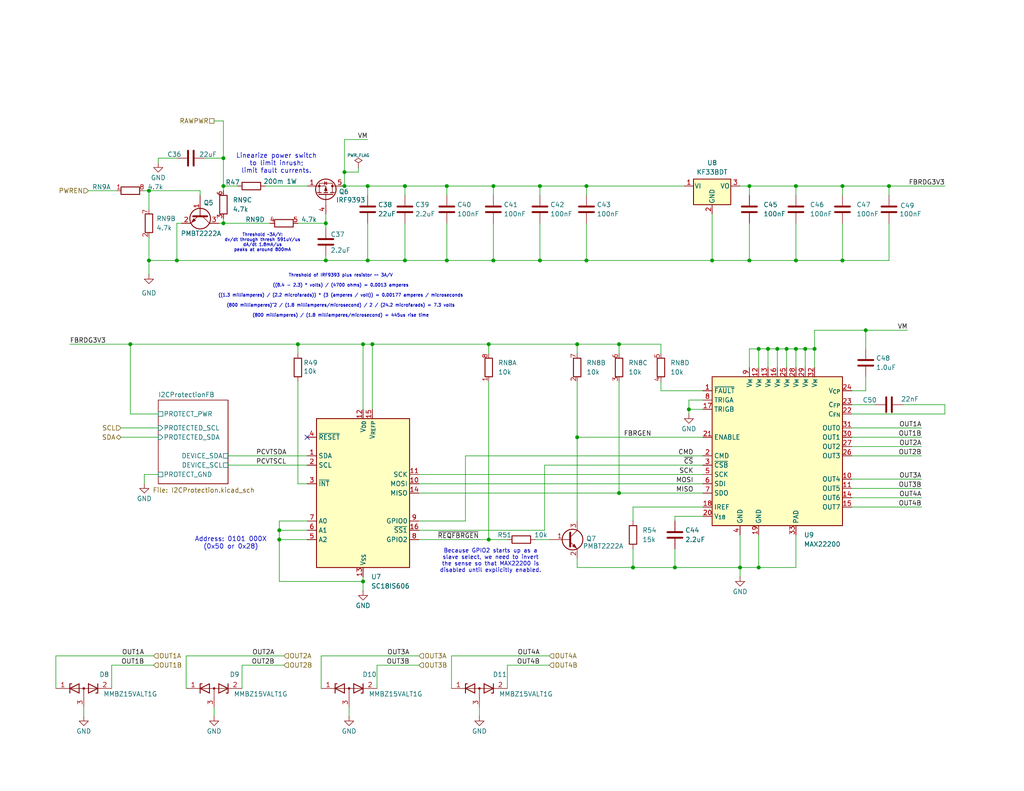
<source format=kicad_sch>
(kicad_sch (version 20231120) (generator "eeschema") (generator_version "8.0")
  (paper "A")
  (title_block (company "Oakwood School") (comment 1 "All resistors 1% tol ") (comment 2 "All capacitors 15V rated ") (comment 3 "All capacitors on +7.5V or battery rail, 25V rated"))
  (lib_symbols
    (symbol "Device:C" (pin_numbers hide) (pin_names (offset 0.254))
      (property "Reference" "C" (at 0.635 2.54 0))
      (property "Value" "C" (at 0.635 -2.54 0))
      (symbol "C_0_1"
        (polyline (pts (xy -2.032 -0.762) (xy 2.032 -0.762)) (stroke (width 0.508)))
        (polyline (pts (xy -2.032 0.762) (xy 2.032 0.762)) (stroke (width 0.508)))
      )
      (symbol "C_1_1"
        (pin passive line (at 0 3.81 270) (length 2.794) (name "~") (number "1"))
        (pin passive line (at 0 -3.81 90) (length 2.794) (name "~") (number "2"))
      )
    )
    (symbol "Device:D_Zener_Dual_CommonAnode_KKA" (pin_names (offset 0.762) hide)
      (property "Reference" "D" (at 1.27 -2.54 0))
      (property "Value" "D_Zener_Dual_CommonAnode_KKA" (at 0 2.54 0))
      (symbol "D_Zener_Dual_CommonAnode_KKA_0_1"
        (polyline (pts (xy -3.556 0) (xy 3.81 0)))
        (polyline (pts (xy 0 0) (xy 0 -2.54)))
        (polyline (pts (xy -3.81 -1.27) (xy -3.81 1.27) (xy -3.302 1.27)) (stroke (width 0.254)))
        (polyline (pts (xy 3.302 -1.27) (xy 3.81 -1.27) (xy 3.81 1.27)) (stroke (width 0.254)))
        (polyline (pts (xy -1.27 -1.27) (xy -3.81 0) (xy -1.27 1.27) (xy -1.27 -1.27) (xy -1.27 -1.27) (xy -1.27 -1.27)) (stroke (width 0.254)))
        (polyline (pts (xy 1.27 1.27) (xy 3.81 0) (xy 1.27 -1.27) (xy 1.27 1.27) (xy 1.27 1.27) (xy 1.27 1.27)) (stroke (width 0.254)))
        (circle (center 0 0) (radius 0.254) (fill (type outline)))
        (pin passive line (at -7.62 0 0) (length 3.81) (name "K") (number "1"))
        (pin passive line (at 7.62 0 180) (length 3.81) (name "K") (number "2"))
        (pin passive line (at 0 -5.08 90) (length 2.54) (name "A") (number "3"))
      )
    )
    (symbol "Device:R" (pin_numbers hide) (pin_names (offset 0))
      (property "Reference" "R" (at 2.032 0 90))
      (property "Value" "R" (at 0 0 90))
      (symbol "R_0_1"
        (rectangle (start -1.016 -2.54) (end 1.016 2.54) (stroke (width 0.254)))
      )
      (symbol "R_1_1"
        (pin passive line (at 0 3.81 270) (length 1.27) (name "~") (number "1"))
        (pin passive line (at 0 -3.81 90) (length 1.27) (name "~") (number "2"))
      )
    )
    (symbol "Device:R_Pack04_Split" (pin_names (offset 0) hide)
      (property "Reference" "RN" (at 2.032 0 90))
      (property "Value" "R_Pack04_Split" (at 0 0 90))
      (symbol "R_Pack04_Split_0_1"
        (rectangle (start 1.016 2.54) (end -1.016 -2.54) (stroke (width 0.254)))
      )
      (symbol "R_Pack04_Split_1_1"
        (pin passive line (at 0 -3.81 90) (length 1.27) (name "R1.1") (number "1"))
        (pin passive line (at 0 3.81 270) (length 1.27) (name "R1.2") (number "8"))
      )
      (symbol "R_Pack04_Split_2_1"
        (pin passive line (at 0 -3.81 90) (length 1.27) (name "R2.1") (number "2"))
        (pin passive line (at 0 3.81 270) (length 1.27) (name "R2.2") (number "7"))
      )
      (symbol "R_Pack04_Split_3_1"
        (pin passive line (at 0 -3.81 90) (length 1.27) (name "R3.1") (number "3"))
        (pin passive line (at 0 3.81 270) (length 1.27) (name "R3.2") (number "6"))
      )
      (symbol "R_Pack04_Split_4_1"
        (pin passive line (at 0 -3.81 90) (length 1.27) (name "R4.1") (number "4"))
        (pin passive line (at 0 3.81 270) (length 1.27) (name "R4.2") (number "5"))
      )
    )
    (symbol "Regulator_Linear:KF33BDT" (pin_names (offset 0.254))
      (property "Reference" "U" (at -3.81 3.175 0))
      (property "Value" "KF33BDT" (at 0 3.175 0))
      (symbol "KF33BDT_0_1"
        (rectangle (start -5.08 1.905) (end 5.08 -5.08) (stroke (width 0.254)) (fill (type background)))
      )
      (symbol "KF33BDT_1_1"
        (pin power_in line (at -7.62 0 0) (length 2.54) (name "VI") (number "1"))
        (pin power_in line (at 0 -7.62 90) (length 2.54) (name "GND") (number "2"))
        (pin power_out line (at 7.62 0 180) (length 2.54) (name "VO") (number "3"))
      )
    )
    (symbol "Transistor_BJT:PMBT2222A" (pin_names (offset 0) hide)
      (property "Reference" "Q" (at 5.08 1.905 0))
      (property "Value" "PMBT2222A" (at 5.08 0 0))
      (symbol "PMBT2222A_0_1"
        (polyline (pts (xy 0.635 0.635) (xy 2.54 2.54)))
        (polyline (pts (xy 0.635 -0.635) (xy 2.54 -2.54) (xy 2.54 -2.54)))
        (polyline (pts (xy 0.635 1.905) (xy 0.635 -1.905) (xy 0.635 -1.905)) (stroke (width 0.508)))
        (polyline (pts (xy 1.27 -1.778) (xy 1.778 -1.27) (xy 2.286 -2.286) (xy 1.27 -1.778) (xy 1.27 -1.778)) (fill (type outline)))
        (circle (center 1.27 0) (radius 2.8194) (stroke (width 0.254)))
      )
      (symbol "PMBT2222A_1_1"
        (pin input line (at -5.08 0 0) (length 5.715) (name "B") (number "1"))
        (pin passive line (at 2.54 -5.08 90) (length 2.54) (name "E") (number "2"))
        (pin passive line (at 2.54 5.08 270) (length 2.54) (name "C") (number "3"))
      )
    )
    (symbol "Transistor_FET:IRF7404" (pin_names hide)
      (property "Reference" "Q" (at 5.08 1.905 0))
      (property "Value" "IRF7404" (at 5.08 0 0))
      (symbol "IRF7404_0_1"
        (polyline (pts (xy 0.254 0) (xy -2.54 0)))
        (polyline (pts (xy 0.254 1.905) (xy 0.254 -1.905)) (stroke (width 0.254)))
        (polyline (pts (xy 0.762 -1.27) (xy 0.762 -2.286)) (stroke (width 0.254)))
        (polyline (pts (xy 0.762 0.508) (xy 0.762 -0.508)) (stroke (width 0.254)))
        (polyline (pts (xy 0.762 2.286) (xy 0.762 1.27)) (stroke (width 0.254)))
        (polyline (pts (xy 2.54 2.54) (xy 2.54 1.778)))
        (polyline (pts (xy 2.54 -2.54) (xy 2.54 0) (xy 0.762 0)))
        (polyline (pts (xy 0.762 1.778) (xy 3.302 1.778) (xy 3.302 -1.778) (xy 0.762 -1.778)))
        (polyline (pts (xy 2.286 0) (xy 1.27 0.381) (xy 1.27 -0.381) (xy 2.286 0)) (fill (type outline)))
        (polyline (pts (xy 2.794 -0.508) (xy 2.921 -0.381) (xy 3.683 -0.381) (xy 3.81 -0.254)))
        (polyline (pts (xy 3.302 -0.381) (xy 2.921 0.254) (xy 3.683 0.254) (xy 3.302 -0.381)))
        (circle (center 1.651 0) (radius 2.794) (stroke (width 0.254)))
        (circle (center 2.54 -1.778) (radius 0.254) (fill (type outline)))
        (circle (center 2.54 1.778) (radius 0.254) (fill (type outline)))
      )
      (symbol "IRF7404_1_1"
        (pin passive line (at 2.54 -5.08 90) (length 2.54) (name "S") (number "1"))
        (pin passive line (at 2.54 -5.08 90) (length 2.54) hide (name "S") (number "2"))
        (pin passive line (at 2.54 -5.08 90) (length 2.54) hide (name "S") (number "3"))
        (pin passive line (at -5.08 0 0) (length 2.54) (name "G") (number "4"))
        (pin passive line (at 2.54 5.08 270) (length 2.54) (name "D") (number "5"))
        (pin passive line (at 2.54 5.08 270) (length 2.54) hide (name "D") (number "6"))
        (pin passive line (at 2.54 5.08 270) (length 2.54) hide (name "D") (number "7"))
        (pin passive line (at 2.54 5.08 270) (length 2.54) hide (name "D") (number "8"))
      )
    )
    (symbol "nyansat-symbols:MAX22200"
      (property "Reference" "U" (at 21.082 -20.32 0))
      (property "Value" "MAX22200" (at 25.146 -22.352 0))
      (symbol "MAX22200_0_1"
        (rectangle (start -17.78 21.59) (end 17.78 -19.05) (stroke (width 0.254)) (fill (type background)))
      )
      (symbol "MAX22200_1_1"
        (pin open_collector line (at -20.32 17.78 0) (length 2.54) (name "~{FAULT}") (number "1"))
        (pin output line (at 20.32 -6.35 180) (length 2.54) (name "OUT4") (number "10"))
        (pin output line (at 20.32 -8.89 180) (length 2.54) (name "OUT5") (number "11"))
        (pin power_in line (at -5.08 24.13 270) (length 2.54) (name "V_{M}") (number "12"))
        (pin power_in line (at -2.54 24.13 270) (length 2.54) (name "V_{M}") (number "13"))
        (pin output line (at 20.32 -11.43 180) (length 2.54) (name "OUT6") (number "14"))
        (pin output line (at 20.32 -13.97 180) (length 2.54) (name "OUT7") (number "15"))
        (pin power_in line (at 0 24.13 270) (length 2.54) (name "V_{M}") (number "16"))
        (pin input line (at -20.32 12.7 0) (length 2.54) (name "TRIGB") (number "17"))
        (pin input line (at -20.32 -13.97 0) (length 2.54) (name "IREF") (number "18"))
        (pin power_in line (at -5.08 -21.59 90) (length 2.54) (name "GND") (number "19"))
        (pin input line (at -20.32 0 0) (length 2.54) (name "CMD") (number "2"))
        (pin power_out line (at -20.32 -16.51 0) (length 2.54) (name "V_{18}") (number "20"))
        (pin input line (at -20.32 5.08 0) (length 2.54) (name "ENABLE") (number "21"))
        (pin passive line (at 20.32 11.43 180) (length 2.54) (name "C_{FN}") (number "22"))
        (pin passive line (at 20.32 13.97 180) (length 2.54) (name "C_{FP}") (number "23"))
        (pin passive line (at 20.32 17.78 180) (length 2.54) (name "V_{CP}") (number "24"))
        (pin power_in line (at 2.54 24.13 270) (length 2.54) (name "V_{M}") (number "25"))
        (pin output line (at 20.32 0 180) (length 2.54) (name "OUT3") (number "26"))
        (pin output line (at 20.32 2.54 180) (length 2.54) (name "OUT2") (number "27"))
        (pin power_in line (at 5.08 24.13 270) (length 2.54) (name "V_{M}") (number "28"))
        (pin power_in line (at 7.62 24.13 270) (length 2.54) (name "V_{M}") (number "29"))
        (pin input line (at -20.32 -2.54 0) (length 2.54) (name "~{CSB}") (number "3"))
        (pin output line (at 20.32 5.08 180) (length 2.54) (name "OUT1") (number "30"))
        (pin output line (at 20.32 7.62 180) (length 2.54) (name "OUT0") (number "31"))
        (pin power_in line (at 10.16 24.13 270) (length 2.54) (name "V_{M}") (number "32"))
        (pin passive line (at 5.08 -21.59 90) (length 2.54) (name "PAD") (number "33"))
        (pin power_in line (at -10.16 -21.59 90) (length 2.54) (name "GND") (number "4"))
        (pin input line (at -20.32 -5.08 0) (length 2.54) (name "SCK") (number "5"))
        (pin input line (at -20.32 -7.62 0) (length 2.54) (name "SDI") (number "6"))
        (pin open_collector line (at -20.32 -10.16 0) (length 2.54) (name "SDO") (number "7"))
        (pin input line (at -20.32 15.24 0) (length 2.54) (name "TRIGA") (number "8"))
        (pin power_in line (at -7.62 24.13 270) (length 2.54) (name "V_{M}") (number "9"))
      )
    )
    (symbol "nyansat-symbols:SC18IS606"
      (property "Reference" "U" (at 14.986 -17.526 0))
      (property "Value" "SC18IS606" (at 19.304 -19.558 0))
      (symbol "SC18IS606_0_1"
        (rectangle (start -12.7 20.32) (end 12.7 -20.32) (stroke (width 0.254)) (fill (type background)))
      )
      (symbol "SC18IS606_1_1"
        (pin bidirectional line (at -15.24 10.16 0) (length 2.54) (name "SDA") (number "1"))
        (pin output line (at 15.24 2.54 180) (length 2.54) (name "MOSI") (number "10"))
        (pin output line (at 15.24 5.08 180) (length 2.54) (name "SCK") (number "11"))
        (pin power_in line (at 0 22.86 270) (length 2.54) (name "V_{DD}") (number "12"))
        (pin power_in line (at 0 -22.86 90) (length 2.54) (name "V_{SS}") (number "13"))
        (pin input line (at 15.24 0 180) (length 2.54) (name "MISO") (number "14"))
        (pin power_in line (at 2.54 22.86 270) (length 2.54) (name "V_{REFP}") (number "15"))
        (pin output line (at 15.24 -10.16 180) (length 2.54) (name "~{SS1}") (number "16"))
        (pin input line (at -15.24 7.62 0) (length 2.54) (name "SCL") (number "2"))
        (pin open_collector line (at -15.24 2.54 0) (length 2.54) (name "~{INT}") (number "3"))
        (pin input line (at -15.24 15.24 0) (length 2.54) (name "~{RESET}") (number "4"))
        (pin input line (at -15.24 -12.7 0) (length 2.54) (name "A2") (number "5"))
        (pin input line (at -15.24 -10.16 0) (length 2.54) (name "A1") (number "6"))
        (pin input line (at -15.24 -7.62 0) (length 2.54) (name "A0") (number "7"))
        (pin output line (at 15.24 -12.7 180) (length 2.54) (name "~{SS2}") (number "8") (alternate "GPIO2" bidirectional line))
        (pin output line (at 15.24 -7.62 180) (length 2.54) (name "~{SS0}") (number "9") (alternate "GPIO0" bidirectional line))
      )
    )
    (symbol "power:GND" (power) (pin_numbers hide) (pin_names (offset 0) hide)
      (property "Value" "GND" (at 0 -3.81 0))
      (symbol "GND_0_1"
        (polyline (pts (xy 0 0) (xy 0 -1.27) (xy 1.27 -1.27) (xy 0 -2.54) (xy -1.27 -1.27) (xy 0 -1.27)))
      )
      (symbol "GND_1_1"
        (pin power_in line (at 0 0 270) (length 0) (name "~") (number "1"))
      )
    )
    (symbol "power:PWR_FLAG" (power) (pin_numbers hide) (pin_names (offset 0) hide)
      (property "Value" "PWR_FLAG" (at 0 3.81 0))
      (symbol "PWR_FLAG_0_0"
        (pin power_out line (at 0 0 90) (length 0) (name "~") (number "1"))
      )
      (symbol "PWR_FLAG_0_1"
        (polyline (pts (xy 0 0) (xy 0 1.27) (xy -1.016 1.905) (xy 0 2.54) (xy 1.016 1.905) (xy 0 1.27)))
      )
    )
  )
  (junction (at 147.32 50.8))
  (junction (at 201.93 154.94))
  (junction (at 184.15 154.94))
  (junction (at 121.92 50.8))
  (junction (at 209.55 95.25))
  (junction (at 133.35 147.32))
  (junction (at 93.98 46.99))
  (junction (at 110.49 71.12))
  (junction (at 60.96 50.8))
  (junction (at 35.56 93.98))
  (junction (at 160.02 71.12))
  (junction (at 187.96 111.76))
  (junction (at 93.98 50.8))
  (junction (at 88.9 71.12))
  (junction (at 88.9 60.96))
  (junction (at 229.87 71.12))
  (junction (at 217.17 71.12))
  (junction (at 207.01 154.94))
  (junction (at 207.01 95.25))
  (junction (at 99.06 93.98))
  (junction (at 76.2 147.32))
  (junction (at 217.17 95.25))
  (junction (at 204.47 71.12))
  (junction (at 100.33 71.12))
  (junction (at 157.48 93.98))
  (junction (at 101.6 93.98))
  (junction (at 60.96 60.96))
  (junction (at 134.62 71.12))
  (junction (at 134.62 50.8))
  (junction (at 110.49 50.8))
  (junction (at 81.28 93.98))
  (junction (at 214.63 95.25))
  (junction (at 236.22 90.17))
  (junction (at 242.57 50.8))
  (junction (at 212.09 95.25))
  (junction (at 76.2 144.78))
  (junction (at 133.35 93.98))
  (junction (at 229.87 50.8))
  (junction (at 222.25 95.25))
  (junction (at 60.96 43.18))
  (junction (at 99.06 158.75))
  (junction (at 194.31 71.12))
  (junction (at 217.17 50.8))
  (junction (at 168.91 134.62))
  (junction (at 147.32 71.12))
  (junction (at 121.92 71.12))
  (junction (at 40.64 52.07))
  (junction (at 204.47 50.8))
  (junction (at 48.26 71.12))
  (junction (at 219.71 95.25))
  (junction (at 172.72 154.94))
  (junction (at 100.33 50.8))
  (junction (at 168.91 93.98))
  (junction (at 40.64 71.12))
  (junction (at 157.48 119.38))
  (junction (at 160.02 50.8))
  (no_connect (at 83.82 119.38))
  (wire (pts (xy 76.2 144.78) (xy 83.82 144.78)))
  (wire (pts (xy 207.01 146.05) (xy 207.01 154.94)))
  (wire (pts (xy 59.69 60.96) (xy 60.96 60.96)))
  (wire (pts (xy 35.56 113.03) (xy 43.18 113.03)))
  (wire (pts (xy 232.41 138.43) (xy 251.46 138.43)))
  (wire (pts (xy 157.48 119.38) (xy 157.48 142.24)))
  (wire (pts (xy 87.63 179.07) (xy 114.3 179.07)))
  (wire (pts (xy 87.63 179.07) (xy 87.63 187.96)))
  (wire (pts (xy 134.62 60.96) (xy 134.62 71.12)))
  (wire (pts (xy 217.17 95.25) (xy 217.17 100.33)))
  (wire (pts (xy 229.87 50.8) (xy 242.57 50.8)))
  (wire (pts (xy 187.96 111.76) (xy 187.96 113.03)))
  (wire (pts (xy 97.79 46.99) (xy 97.79 45.72)))
  (wire (pts (xy 219.71 95.25) (xy 219.71 100.33)))
  (wire (pts (xy 207.01 95.25) (xy 204.47 95.25)))
  (wire (pts (xy 160.02 50.8) (xy 186.69 50.8)))
  (wire (pts (xy 246.38 110.49) (xy 257.81 110.49)))
  (wire (pts (xy 184.15 154.94) (xy 172.72 154.94)))
  (wire (pts (xy 157.48 104.14) (xy 157.48 119.38)))
  (wire (pts (xy 114.3 134.62) (xy 168.91 134.62)))
  (wire (pts (xy 40.64 71.12) (xy 40.64 74.93)))
  (wire (pts (xy 232.41 113.03) (xy 257.81 113.03)))
  (wire (pts (xy 191.77 140.97) (xy 184.15 140.97)))
  (wire (pts (xy 147.32 50.8) (xy 147.32 53.34)))
  (wire (pts (xy 229.87 53.34) (xy 229.87 50.8)))
  (wire (pts (xy 222.25 90.17) (xy 236.22 90.17)))
  (wire (pts (xy 201.93 154.94) (xy 201.93 157.48)))
  (wire (pts (xy 114.3 132.08) (xy 191.77 132.08)))
  (wire (pts (xy 100.33 53.34) (xy 100.33 50.8)))
  (wire (pts (xy 110.49 60.96) (xy 110.49 71.12)))
  (wire (pts (xy 81.28 93.98) (xy 81.28 96.52)))
  (wire (pts (xy 39.37 132.08) (xy 39.37 129.54)))
  (wire (pts (xy 201.93 50.8) (xy 204.47 50.8)))
  (wire (pts (xy 134.62 50.8) (xy 134.62 53.34)))
  (wire (pts (xy 201.93 146.05) (xy 201.93 154.94)))
  (wire (pts (xy 93.98 50.8) (xy 92.71 50.8)))
  (wire (pts (xy 114.3 147.32) (xy 133.35 147.32)))
  (wire (pts (xy 232.41 116.84) (xy 251.46 116.84)))
  (wire (pts (xy 110.49 50.8) (xy 121.92 50.8)))
  (wire (pts (xy 209.55 95.25) (xy 207.01 95.25)))
  (wire (pts (xy 187.96 109.22) (xy 187.96 111.76)))
  (wire (pts (xy 22.86 193.04) (xy 22.86 195.58)))
  (wire (pts (xy 123.19 179.07) (xy 123.19 187.96)))
  (wire (pts (xy 66.04 181.61) (xy 77.47 181.61)))
  (wire (pts (xy 40.64 52.07) (xy 40.64 57.15)))
  (wire (pts (xy 15.24 179.07) (xy 15.24 187.96)))
  (wire (pts (xy 110.49 71.12) (xy 121.92 71.12)))
  (wire (pts (xy 157.48 154.94) (xy 172.72 154.94)))
  (wire (pts (xy 217.17 50.8) (xy 204.47 50.8)))
  (wire (pts (xy 99.06 158.75) (xy 99.06 161.29)))
  (wire (pts (xy 88.9 60.96) (xy 88.9 62.23)))
  (wire (pts (xy 194.31 58.42) (xy 194.31 71.12)))
  (wire (pts (xy 60.96 50.8) (xy 60.96 52.07)))
  (wire (pts (xy 229.87 60.96) (xy 229.87 71.12)))
  (wire (pts (xy 147.32 50.8) (xy 160.02 50.8)))
  (wire (pts (xy 222.25 95.25) (xy 219.71 95.25)))
  (wire (pts (xy 217.17 71.12) (xy 204.47 71.12)))
  (wire (pts (xy 214.63 95.25) (xy 212.09 95.25)))
  (wire (pts (xy 66.04 181.61) (xy 66.04 187.96)))
  (wire (pts (xy 217.17 146.05) (xy 217.17 154.94)))
  (wire (pts (xy 232.41 121.92) (xy 251.46 121.92)))
  (wire (pts (xy 217.17 53.34) (xy 217.17 50.8)))
  (wire (pts (xy 172.72 154.94) (xy 172.72 149.86)))
  (wire (pts (xy 62.23 127) (xy 83.82 127)))
  (wire (pts (xy 100.33 50.8) (xy 110.49 50.8)))
  (wire (pts (xy 134.62 50.8) (xy 147.32 50.8)))
  (wire (pts (xy 39.37 52.07) (xy 40.64 52.07)))
  (wire (pts (xy 212.09 95.25) (xy 209.55 95.25)))
  (wire (pts (xy 134.62 71.12) (xy 147.32 71.12)))
  (wire (pts (xy 33.02 119.38) (xy 43.18 119.38)))
  (wire (pts (xy 93.98 46.99) (xy 93.98 50.8)))
  (wire (pts (xy 100.33 60.96) (xy 100.33 71.12)))
  (wire (pts (xy 81.28 104.14) (xy 81.28 132.08)))
  (wire (pts (xy 229.87 71.12) (xy 242.57 71.12)))
  (wire (pts (xy 93.98 50.8) (xy 100.33 50.8)))
  (wire (pts (xy 232.41 130.81) (xy 251.46 130.81)))
  (wire (pts (xy 236.22 90.17) (xy 247.65 90.17)))
  (wire (pts (xy 147.32 60.96) (xy 147.32 71.12)))
  (wire (pts (xy 76.2 144.78) (xy 76.2 147.32)))
  (wire (pts (xy 133.35 147.32) (xy 138.43 147.32)))
  (wire (pts (xy 76.2 147.32) (xy 76.2 158.75)))
  (wire (pts (xy 24.13 52.07) (xy 31.75 52.07)))
  (wire (pts (xy 229.87 50.8) (xy 217.17 50.8)))
  (wire (pts (xy 99.06 93.98) (xy 101.6 93.98)))
  (wire (pts (xy 160.02 50.8) (xy 160.02 53.34)))
  (wire (pts (xy 60.96 50.8) (xy 64.77 50.8)))
  (wire (pts (xy 76.2 142.24) (xy 76.2 144.78)))
  (wire (pts (xy 232.41 119.38) (xy 251.46 119.38)))
  (wire (pts (xy 62.23 124.46) (xy 83.82 124.46)))
  (wire (pts (xy 191.77 134.62) (xy 168.91 134.62)))
  (wire (pts (xy 99.06 93.98) (xy 99.06 111.76)))
  (wire (pts (xy 127 124.46) (xy 191.77 124.46)))
  (wire (pts (xy 88.9 71.12) (xy 100.33 71.12)))
  (wire (pts (xy 72.39 50.8) (xy 83.82 50.8)))
  (wire (pts (xy 55.88 43.18) (xy 60.96 43.18)))
  (wire (pts (xy 147.32 71.12) (xy 160.02 71.12)))
  (wire (pts (xy 207.01 154.94) (xy 217.17 154.94)))
  (wire (pts (xy 204.47 71.12) (xy 194.31 71.12)))
  (wire (pts (xy 232.41 124.46) (xy 251.46 124.46)))
  (wire (pts (xy 30.48 181.61) (xy 41.91 181.61)))
  (wire (pts (xy 257.81 110.49) (xy 257.81 113.03)))
  (wire (pts (xy 191.77 111.76) (xy 187.96 111.76)))
  (wire (pts (xy 50.8 179.07) (xy 50.8 187.96)))
  (wire (pts (xy 160.02 71.12) (xy 194.31 71.12)))
  (wire (pts (xy 184.15 154.94) (xy 201.93 154.94)))
  (wire (pts (xy 33.02 116.84) (xy 43.18 116.84)))
  (wire (pts (xy 148.59 127) (xy 191.77 127)))
  (wire (pts (xy 232.41 110.49) (xy 238.76 110.49)))
  (wire (pts (xy 123.19 179.07) (xy 149.86 179.07)))
  (wire (pts (xy 242.57 53.34) (xy 242.57 50.8)))
  (wire (pts (xy 60.96 43.18) (xy 60.96 50.8)))
  (wire (pts (xy 48.26 71.12) (xy 40.64 71.12)))
  (wire (pts (xy 48.26 43.18) (xy 43.18 43.18)))
  (wire (pts (xy 48.26 60.96) (xy 49.53 60.96)))
  (wire (pts (xy 76.2 158.75) (xy 99.06 158.75)))
  (wire (pts (xy 222.25 90.17) (xy 222.25 95.25)))
  (wire (pts (xy 172.72 142.24) (xy 172.72 138.43)))
  (wire (pts (xy 83.82 147.32) (xy 76.2 147.32)))
  (wire (pts (xy 60.96 60.96) (xy 60.96 59.69)))
  (wire (pts (xy 19.05 93.98) (xy 35.56 93.98)))
  (wire (pts (xy 204.47 50.8) (xy 204.47 53.34)))
  (wire (pts (xy 99.06 157.48) (xy 99.06 158.75)))
  (wire (pts (xy 88.9 69.85) (xy 88.9 71.12)))
  (wire (pts (xy 130.81 193.04) (xy 130.81 195.58)))
  (wire (pts (xy 180.34 104.14) (xy 180.34 106.68)))
  (wire (pts (xy 157.48 93.98) (xy 168.91 93.98)))
  (wire (pts (xy 114.3 142.24) (xy 127 142.24)))
  (wire (pts (xy 15.24 179.07) (xy 41.91 179.07)))
  (wire (pts (xy 138.43 181.61) (xy 138.43 187.96)))
  (wire (pts (xy 138.43 181.61) (xy 149.86 181.61)))
  (wire (pts (xy 121.92 71.12) (xy 134.62 71.12)))
  (wire (pts (xy 168.91 93.98) (xy 168.91 96.52)))
  (wire (pts (xy 50.8 179.07) (xy 77.47 179.07)))
  (wire (pts (xy 121.92 50.8) (xy 134.62 50.8)))
  (wire (pts (xy 83.82 142.24) (xy 76.2 142.24)))
  (wire (pts (xy 43.18 43.18) (xy 43.18 44.45)))
  (wire (pts (xy 184.15 149.86) (xy 184.15 154.94)))
  (wire (pts (xy 60.96 60.96) (xy 73.66 60.96)))
  (wire (pts (xy 48.26 71.12) (xy 88.9 71.12)))
  (wire (pts (xy 95.25 193.04) (xy 95.25 195.58)))
  (wire (pts (xy 180.34 93.98) (xy 180.34 96.52)))
  (wire (pts (xy 48.26 60.96) (xy 48.26 71.12)))
  (wire (pts (xy 121.92 60.96) (xy 121.92 71.12)))
  (wire (pts (xy 60.96 33.02) (xy 60.96 43.18)))
  (wire (pts (xy 222.25 95.25) (xy 222.25 100.33)))
  (wire (pts (xy 242.57 60.96) (xy 242.57 71.12)))
  (wire (pts (xy 217.17 95.25) (xy 214.63 95.25)))
  (wire (pts (xy 217.17 71.12) (xy 229.87 71.12)))
  (wire (pts (xy 232.41 133.35) (xy 251.46 133.35)))
  (wire (pts (xy 146.05 147.32) (xy 149.86 147.32)))
  (wire (pts (xy 30.48 181.61) (xy 30.48 187.96)))
  (wire (pts (xy 40.64 52.07) (xy 54.61 52.07)))
  (wire (pts (xy 219.71 95.25) (xy 217.17 95.25)))
  (wire (pts (xy 180.34 106.68) (xy 191.77 106.68)))
  (wire (pts (xy 58.42 33.02) (xy 60.96 33.02)))
  (wire (pts (xy 54.61 52.07) (xy 54.61 53.34)))
  (wire (pts (xy 214.63 95.25) (xy 214.63 100.33)))
  (wire (pts (xy 35.56 93.98) (xy 81.28 93.98)))
  (wire (pts (xy 236.22 106.68) (xy 236.22 102.87)))
  (wire (pts (xy 133.35 104.14) (xy 133.35 147.32)))
  (wire (pts (xy 88.9 58.42) (xy 88.9 60.96)))
  (wire (pts (xy 93.98 38.1) (xy 100.33 38.1)))
  (wire (pts (xy 209.55 95.25) (xy 209.55 100.33)))
  (wire (pts (xy 232.41 106.68) (xy 236.22 106.68)))
  (wire (pts (xy 133.35 93.98) (xy 133.35 96.52)))
  (wire (pts (xy 127 142.24) (xy 127 124.46)))
  (wire (pts (xy 160.02 60.96) (xy 160.02 71.12)))
  (wire (pts (xy 114.3 144.78) (xy 148.59 144.78)))
  (wire (pts (xy 81.28 93.98) (xy 99.06 93.98)))
  (wire (pts (xy 114.3 129.54) (xy 191.77 129.54)))
  (wire (pts (xy 204.47 95.25) (xy 204.47 100.33)))
  (wire (pts (xy 168.91 93.98) (xy 180.34 93.98)))
  (wire (pts (xy 102.87 181.61) (xy 102.87 187.96)))
  (wire (pts (xy 81.28 60.96) (xy 88.9 60.96)))
  (wire (pts (xy 201.93 154.94) (xy 207.01 154.94)))
  (wire (pts (xy 157.48 93.98) (xy 157.48 96.52)))
  (wire (pts (xy 172.72 138.43) (xy 191.77 138.43)))
  (wire (pts (xy 232.41 135.89) (xy 251.46 135.89)))
  (wire (pts (xy 191.77 109.22) (xy 187.96 109.22)))
  (wire (pts (xy 204.47 60.96) (xy 204.47 71.12)))
  (wire (pts (xy 81.28 132.08) (xy 83.82 132.08)))
  (wire (pts (xy 100.33 71.12) (xy 110.49 71.12)))
  (wire (pts (xy 35.56 93.98) (xy 35.56 113.03)))
  (wire (pts (xy 101.6 93.98) (xy 101.6 111.76)))
  (wire (pts (xy 212.09 95.25) (xy 212.09 100.33)))
  (wire (pts (xy 40.64 64.77) (xy 40.64 71.12)))
  (wire (pts (xy 102.87 181.61) (xy 114.3 181.61)))
  (wire (pts (xy 207.01 95.25) (xy 207.01 100.33)))
  (wire (pts (xy 236.22 90.17) (xy 236.22 95.25)))
  (wire (pts (xy 58.42 193.04) (xy 58.42 195.58)))
  (wire (pts (xy 133.35 93.98) (xy 157.48 93.98)))
  (wire (pts (xy 184.15 140.97) (xy 184.15 142.24)))
  (wire (pts (xy 101.6 93.98) (xy 133.35 93.98)))
  (wire (pts (xy 157.48 119.38) (xy 191.77 119.38)))
  (wire (pts (xy 93.98 46.99) (xy 97.79 46.99)))
  (wire (pts (xy 242.57 50.8) (xy 257.81 50.8)))
  (wire (pts (xy 168.91 104.14) (xy 168.91 134.62)))
  (wire (pts (xy 110.49 50.8) (xy 110.49 53.34)))
  (wire (pts (xy 157.48 152.4) (xy 157.48 154.94)))
  (wire (pts (xy 93.98 38.1) (xy 93.98 46.99)))
  (wire (pts (xy 217.17 60.96) (xy 217.17 71.12)))
  (wire (pts (xy 148.59 144.78) (xy 148.59 127)))
  (wire (pts (xy 121.92 50.8) (xy 121.92 53.34)))
  (wire (pts (xy 39.37 129.54) (xy 43.18 129.54)))
  (text "Threshold of IRF9393 plus resistor ~~ 3A/V\n\n((8.4 - 2.3) * volts) / (4700 ohms) = 0.0013 amperes\n\n((1.3 milliamperes) / (2.2 microfarads)) * (3 (amperes / volt)) = 0.00177 amperes / microseconds\n\n(800 milliamperes)^2 / (1.8 milliamperes/microsecond) / 2 / (24.2 microfarads) = 7.3 volts\n\n(800 milliamperes) / (1.8 milliamperes/microsecond) = 445us rise time" (at 92.964 80.772 0) (effects (font (size 0.85 0.85))))
  (text "Linearize power switch\nto limit inrush;\nlimit fault currents." (at 75.438 44.704 0) (effects (font (size 1.27 1.27))))
  (text "Threshold ~3A/V;\ndv/dt through thresh 591uV/us\ndA/dt 1.8mA/us\npeaks at around 800mA" (at 71.628 66.294 0) (effects (font (size 0.85 0.85))))
  (text "Because GPIO2 starts up as a\nslave select, we need to invert\nthe sense so that MAX22200 is\ndisabled until explicitly enabled." (at 133.858 153.162 0) (effects (font (size 1.1 1.1))))
  (text "Address: 0101 000X\n(0x50 or 0x28)" (at 62.992 148.336 0) (effects (font (size 1.27 1.27))))
  (label "~{REQFBRGEN}" (at 119.38 147.32 0))
  (label "VM" (at 247.65 90.17 180))
  (label "FBRGEN" (at 170.18 119.38 0))
  (label "PCVTSCL" (at 69.85 127 0))
  (label "OUT4A" (at 251.46 135.89 180))
  (label "OUT2A" (at 74.93 179.07 180))
  (label "MISO" (at 189.23 134.62 180))
  (label "PCVTSDA" (at 69.85 124.46 0))
  (label "~{CS}" (at 189.23 127 180))
  (label "OUT3B" (at 251.46 133.35 180))
  (label "OUT4B" (at 147.32 181.61 180))
  (label "OUT3B" (at 111.76 181.61 180))
  (label "OUT1A" (at 251.46 116.84 180))
  (label "OUT1A" (at 39.37 179.07 180))
  (label "OUT2A" (at 251.46 121.92 180))
  (label "OUT2B" (at 251.46 124.46 180))
  (label "CMD" (at 189.23 124.46 180))
  (label "OUT3A" (at 251.46 130.81 180))
  (label "FBRDG3V3" (at 257.81 50.8 180))
  (label "SCK" (at 189.23 129.54 180))
  (label "OUT2B" (at 74.93 181.61 180))
  (label "VM" (at 100.33 38.1 180))
  (label "MOSI" (at 189.23 132.08 180))
  (label "FBRDG3V3" (at 19.05 93.98 0))
  (label "OUT3A" (at 111.76 179.07 180))
  (label "OUT4A" (at 147.32 179.07 180))
  (label "OUT1B" (at 39.37 181.61 180))
  (label "OUT4B" (at 251.46 138.43 180))
  (label "OUT1B" (at 251.46 119.38 180))
  (hierarchical_label "OUT2B" (shape input) (at 77.47 181.61 0))
  (hierarchical_label "OUT4A" (shape input) (at 149.86 179.07 0))
  (hierarchical_label "SDA" (shape bidirectional) (at 33.02 119.38 180))
  (hierarchical_label "OUT3A" (shape input) (at 114.3 179.07 0))
  (hierarchical_label "OUT2A" (shape input) (at 77.47 179.07 0))
  (hierarchical_label "OUT1A" (shape input) (at 41.91 179.07 0))
  (hierarchical_label "SCL" (shape input) (at 33.02 116.84 180))
  (hierarchical_label "OUT1B" (shape input) (at 41.91 181.61 0))
  (hierarchical_label "OUT3B" (shape input) (at 114.3 181.61 0))
  (hierarchical_label "OUT4B" (shape input) (at 149.86 181.61 0))
  (hierarchical_label "RAWPWR" (shape passive) (at 58.42 33.02 180))
  (hierarchical_label "PWREN" (shape input) (at 24.13 52.07 180))
  (symbol (lib_id "Device:R") (at 172.72 146.05 0) (unit 1)
    (property "Reference" "R54" (at 175.26 144.7799 0) (effects (justify left)))
    (property "Value" "15k" (at 175.26 147.3199 0) (effects (justify left)))
    (property "Footprint" "Resistor_SMD:R_0603_1608Metric" (effects (hide yes)))
    (property "Description" "Resistor" (effects (hide yes)))
  )
  (symbol (lib_id "Device:R_Pack04_Split") (at 180.34 100.33 0) (unit 4)
    (property "Reference" "RN8" (at 182.88 99.0599 0) (effects (justify left)))
    (property "Value" "10k" (at 182.88 101.5999 0) (effects (justify left)))
    (property "Footprint" "Resistor_SMD:R_Array_Convex_4x0603" (effects (hide yes)))
    (property "Description" "4 resistor network, parallel topology, split" (effects (hide yes)))
  )
  (symbol (lib_id "Device:D_Zener_Dual_CommonAnode_KKA") (at 22.86 187.96 0) (unit 1)
    (property "Reference" "D8" (at 28.448 184.15 0))
    (property "Value" "MMBZ15VALT1G" (at 35.56 189.484 0))
    (property "Footprint" "Package_TO_SOT_SMD:SOT-23" (effects (hide yes)))
    (property "Datasheet" "https://www.onsemi.com/pdf/datasheet/mmbz5v6alt1-d.pdf" (effects (hide yes)))
    (property "Description" "Dual Zener diode, common anode on pin 3" (effects (hide yes)))
  )
  (symbol (lib_id "nyansat-symbols:SC18IS606") (at 99.06 134.62 0) (unit 1)
    (property "Reference" "U7" (at 101.2541 157.48 0) (effects (justify left)))
    (property "Value" "SC18IS606" (at 101.2541 160.02 0) (effects (justify left)))
    (property "Footprint" "Package_SO:TSSOP-16_4.4x5mm_P0.65mm" (effects (hide yes)))
    (property "Datasheet" "https://www.nxp.com/docs/en/data-sheet/SC18IS606.pdf" (effects (hide yes)))
    (property "Description" "I2C Bus to SPI Bridge" (effects (hide yes)))
    (pin "8" (alternate "GPIO2"))
    (pin "9" (alternate "GPIO0"))
  )
  (symbol (lib_id "Device:R_Pack04_Split") (at 77.47 60.96 270) (unit 4)
    (property "Reference" "RN9" (at 69.596 59.944 90))
    (property "Value" "4.7k" (at 84.328 59.944 90))
    (property "Footprint" "Resistor_SMD:R_Array_Convex_4x0603" (effects (hide yes)))
    (property "Description" "4 resistor network, parallel topology, split" (effects (hide yes)))
  )
  (symbol (lib_id "Device:C") (at 160.02 57.15 0) (unit 1)
    (property "Reference" "C43" (at 162.814 55.88 0) (effects (justify left)))
    (property "Value" "100nF" (at 162.814 58.42 0) (effects (justify left)))
    (property "Footprint" "Capacitor_SMD:C_0603_1608Metric" (effects (hide yes)))
    (property "Description" "Unpolarized capacitor" (effects (hide yes)))
  )
  (symbol (lib_id "Device:C") (at 217.17 57.15 0) (unit 1)
    (property "Reference" "C46" (at 220.98 55.8799 0) (effects (justify left)))
    (property "Value" "100nF" (at 220.98 58.4199 0) (effects (justify left)))
    (property "Footprint" "Capacitor_SMD:C_0603_1608Metric" (effects (hide yes)))
    (property "Description" "Unpolarized capacitor" (effects (hide yes)))
  )
  (symbol (lib_id "Transistor_BJT:PMBT2222A") (at 54.61 58.42 270) (unit 1)
    (property "Reference" "Q5" (at 56.896 55.372 90))
    (property "Value" "PMBT2222A" (at 54.864 63.754 90))
    (property "Footprint" "Package_TO_SOT_SMD:SOT-23" (effects (hide yes)))
    (property "Datasheet" "https://assets.nexperia.com/documents/data-sheet/PMBT2222A.pdf" (effects (hide yes)))
    (property "Description" "600mA Ic, 40V Vce, NPN Transistor, SOT-23" (effects (hide yes)))
    (property "LCSC" "C23869 " (effects (hide yes)))
  )
  (symbol (lib_id "power:GND") (at 95.25 195.58 0) (unit 1)
    (property "Reference" "#PWR074" (effects (hide yes)))
    (property "Value" "GND" (at 95.25 199.644 0))
    (property "Description" "Power symbol creates a global label with name \"GND\" , ground" (effects (hide yes)))
  )
  (symbol (lib_id "nyansat-symbols:MAX22200") (at 212.09 124.46 0) (unit 1)
    (property "Reference" "U9" (at 219.3641 146.05 0) (effects (justify left)))
    (property "Value" "MAX22200" (at 219.3641 148.59 0) (effects (justify left)))
    (property "Footprint" "Package_DFN_QFN:QFN-32-1EP_5x5mm_P0.5mm_EP3.1x3.1mm_ThermalVias" (effects (hide yes)))
    (property "Datasheet" "https://www.analog.com/media/en/technical-documentation/data-sheets/MAX22200.pdf" (effects (hide yes)))
    (property "Description" "36V, 1A Octal Integrated Serial Controlled Solenoid and Motor Driver" (effects (hide yes)))
  )
  (symbol (lib_id "power:GND") (at 22.86 195.58 0) (unit 1)
    (property "Reference" "#PWR072" (effects (hide yes)))
    (property "Value" "GND" (at 22.86 199.644 0))
    (property "Description" "Power symbol creates a global label with name \"GND\" , ground" (effects (hide yes)))
  )
  (symbol (lib_id "Device:C") (at 100.33 57.15 0) (unit 1)
    (property "Reference" "C38" (at 103.124 55.88 0) (effects (justify left)))
    (property "Value" "22uF" (at 103.124 58.42 0) (effects (justify left)))
    (property "Footprint" "Capacitor_SMD:C_0805_2012Metric" (effects (hide yes)))
    (property "Description" "Unpolarized capacitor" (effects (hide yes)))
  )
  (symbol (lib_id "Transistor_BJT:PMBT2222A") (at 154.94 147.32 0) (unit 1)
    (property "Reference" "Q7" (at 161.29 147.066 0))
    (property "Value" "PMBT2222A" (at 164.592 149.098 0))
    (property "Footprint" "Package_TO_SOT_SMD:SOT-23" (effects (hide yes)))
    (property "Datasheet" "https://assets.nexperia.com/documents/data-sheet/PMBT2222A.pdf" (effects (hide yes)))
    (property "Description" "600mA Ic, 40V Vce, NPN Transistor, SOT-23" (effects (hide yes)))
    (property "LCSC" "C23869 " (effects (hide yes)))
  )
  (symbol (lib_id "Device:C") (at 236.22 99.06 0) (unit 1)
    (property "Reference" "C48" (at 239.014 97.79 0) (effects (justify left)))
    (property "Value" "1.0uF" (at 239.014 100.33 0) (effects (justify left)))
    (property "Footprint" "Capacitor_SMD:C_0603_1608Metric" (effects (hide yes)))
    (property "Description" "Unpolarized capacitor" (effects (hide yes)))
  )
  (symbol (lib_id "Device:R_Pack04_Split") (at 35.56 52.07 270) (unit 1)
    (property "Reference" "RN9" (at 27.686 51.054 90))
    (property "Value" "4.7k" (at 42.418 51.054 90))
    (property "Footprint" "Resistor_SMD:R_Array_Convex_4x0603" (effects (hide yes)))
    (property "Description" "4 resistor network, parallel topology, split" (effects (hide yes)))
  )
  (symbol (lib_id "power:GND") (at 201.93 157.48 0) (unit 1)
    (property "Reference" "#PWR063" (effects (hide yes)))
    (property "Value" "GND" (at 201.93 161.544 0))
    (property "Description" "Power symbol creates a global label with name \"GND\" , ground" (effects (hide yes)))
  )
  (symbol (lib_id "Device:C") (at 242.57 110.49 90) (unit 1)
    (property "Reference" "C50" (at 239.268 109.22 90) (effects (justify left)))
    (property "Value" "22nF" (at 250.698 108.966 90) (effects (justify left)))
    (property "Footprint" "Capacitor_SMD:C_0603_1608Metric" (effects (hide yes)))
    (property "Description" "Unpolarized capacitor" (effects (hide yes)))
  )
  (symbol (lib_id "Device:C") (at 88.9 66.04 0) (unit 1)
    (property "Reference" "C37" (at 90.17 64.008 0) (effects (justify left)))
    (property "Value" "2.2uF" (at 90.17 68.326 0) (effects (justify left)))
    (property "Footprint" "Capacitor_SMD:C_0603_1608Metric" (effects (hide yes)))
    (property "Description" "Unpolarized capacitor" (effects (hide yes)))
  )
  (symbol (lib_id "power:PWR_FLAG") (at 97.79 45.72 0) (unit 1)
    (property "Reference" "#FLG06" (effects (hide yes)))
    (property "Value" "PWR_FLAG" (at 97.79 42.418 0) (effects (font (size 0.8 0.8))))
    (property "Description" "Special symbol for telling ERC where power comes from" (effects (hide yes)))
  )
  (symbol (lib_id "Device:R") (at 142.24 147.32 90) (unit 1)
    (property "Reference" "R51" (at 137.668 146.05 90))
    (property "Value" "10k" (at 147.574 146.05 90))
    (property "Footprint" "Resistor_SMD:R_0603_1608Metric" (effects (hide yes)))
    (property "Description" "Resistor" (effects (hide yes)))
  )
  (symbol (lib_id "Device:R") (at 68.58 50.8 90) (unit 1)
    (property "Reference" "R47" (at 63.5 49.784 90))
    (property "Value" "200m 1W" (at 76.454 49.53 90))
    (property "Footprint" "Resistor_SMD:R_1206_3216Metric" (effects (hide yes)))
    (property "Description" "Resistor" (effects (hide yes)))
  )
  (symbol (lib_id "Device:R_Pack04_Split") (at 133.35 100.33 0) (unit 1)
    (property "Reference" "RN8" (at 135.89 99.0599 0) (effects (justify left)))
    (property "Value" "10k" (at 135.89 101.6 0) (effects (justify left)))
    (property "Footprint" "Resistor_SMD:R_Array_Convex_4x0603" (effects (hide yes)))
    (property "Description" "4 resistor network, parallel topology, split" (effects (hide yes)))
  )
  (symbol (lib_id "Device:C") (at 147.32 57.15 0) (unit 1)
    (property "Reference" "C42" (at 150.114 55.88 0) (effects (justify left)))
    (property "Value" "100nF" (at 150.114 58.42 0) (effects (justify left)))
    (property "Footprint" "Capacitor_SMD:C_0603_1608Metric" (effects (hide yes)))
    (property "Description" "Unpolarized capacitor" (effects (hide yes)))
  )
  (symbol (lib_id "Device:R_Pack04_Split") (at 40.64 60.96 0) (unit 2)
    (property "Reference" "RN9" (at 42.672 59.69 0) (effects (justify left)))
    (property "Value" "4.7k" (at 42.672 62.23 0) (effects (justify left)))
    (property "Footprint" "Resistor_SMD:R_Array_Convex_4x0603" (effects (hide yes)))
    (property "Description" "4 resistor network, parallel topology, split" (effects (hide yes)))
  )
  (symbol (lib_id "Device:C") (at 242.57 57.15 0) (unit 1)
    (property "Reference" "C49" (at 245.618 56.134 0) (effects (justify left)))
    (property "Value" "100nF" (at 245.364 58.42 0) (effects (justify left)))
    (property "Footprint" "Capacitor_SMD:C_0603_1608Metric" (effects (hide yes)))
    (property "Description" "Unpolarized capacitor" (effects (hide yes)))
  )
  (symbol (lib_id "Device:C") (at 121.92 57.15 0) (unit 1)
    (property "Reference" "C40" (at 124.714 55.88 0) (effects (justify left)))
    (property "Value" "100nF" (at 124.714 58.42 0) (effects (justify left)))
    (property "Footprint" "Capacitor_SMD:C_0603_1608Metric" (effects (hide yes)))
    (property "Description" "Unpolarized capacitor" (effects (hide yes)))
  )
  (symbol (lib_id "Device:R_Pack04_Split") (at 157.48 100.33 0) (unit 2)
    (property "Reference" "RN8" (at 160.02 99.0599 0) (effects (justify left)))
    (property "Value" "10k" (at 160.02 101.5999 0) (effects (justify left)))
    (property "Footprint" "Resistor_SMD:R_Array_Convex_4x0603" (effects (hide yes)))
    (property "Description" "4 resistor network, parallel topology, split" (effects (hide yes)))
  )
  (symbol (lib_id "Device:C") (at 184.15 146.05 0) (unit 1)
    (property "Reference" "C44" (at 186.944 144.78 0) (effects (justify left)))
    (property "Value" "2.2uF" (at 186.944 147.32 0) (effects (justify left)))
    (property "Footprint" "Capacitor_SMD:C_0603_1608Metric" (effects (hide yes)))
    (property "Description" "Unpolarized capacitor" (effects (hide yes)))
  )
  (symbol (lib_id "power:GND") (at 40.64 74.93 0) (unit 1)
    (property "Reference" "#PWR059" (effects (hide yes)))
    (property "Value" "GND" (at 40.64 80.01 0))
    (property "Description" "Power symbol creates a global label with name \"GND\" , ground" (effects (hide yes)))
  )
  (symbol (lib_id "Device:R") (at 81.28 100.33 0) (unit 1)
    (property "Reference" "R49" (at 82.804 99.06 0) (effects (justify left)))
    (property "Value" "10k" (at 82.804 101.346 0) (effects (justify left)))
    (property "Footprint" "Resistor_SMD:R_0603_1608Metric" (effects (hide yes)))
    (property "Description" "Resistor" (effects (hide yes)))
  )
  (symbol (lib_id "Device:C") (at 229.87 57.15 0) (unit 1)
    (property "Reference" "C47" (at 233.68 55.8799 0) (effects (justify left)))
    (property "Value" "100nF" (at 233.68 58.4199 0) (effects (justify left)))
    (property "Footprint" "Capacitor_SMD:C_0603_1608Metric" (effects (hide yes)))
    (property "Description" "Unpolarized capacitor" (effects (hide yes)))
  )
  (symbol (lib_id "Device:D_Zener_Dual_CommonAnode_KKA") (at 95.25 187.96 0) (unit 1)
    (property "Reference" "D10" (at 100.838 184.15 0))
    (property "Value" "MMBZ15VALT1G" (at 107.95 189.484 0))
    (property "Footprint" "Package_TO_SOT_SMD:SOT-23" (effects (hide yes)))
    (property "Datasheet" "https://www.onsemi.com/pdf/datasheet/mmbz5v6alt1-d.pdf" (effects (hide yes)))
    (property "Description" "Dual Zener diode, common anode on pin 3" (effects (hide yes)))
  )
  (symbol (lib_id "power:GND") (at 130.81 195.58 0) (unit 1)
    (property "Reference" "#PWR075" (effects (hide yes)))
    (property "Value" "GND" (at 130.81 199.644 0))
    (property "Description" "Power symbol creates a global label with name \"GND\" , ground" (effects (hide yes)))
  )
  (symbol (lib_id "power:GND") (at 187.96 113.03 0) (unit 1)
    (property "Reference" "#PWR062" (effects (hide yes)))
    (property "Value" "GND" (at 187.96 117.094 0))
    (property "Description" "Power symbol creates a global label with name \"GND\" , ground" (effects (hide yes)))
  )
  (symbol (lib_id "Transistor_FET:IRF7404") (at 88.9 53.34 270) (mirror x) (unit 1)
    (property "Reference" "Q6" (at 92.456 52.324 90) (effects (justify left)))
    (property "Value" "IRF9393" (at 91.694 54.61 90) (effects (justify left)))
    (property "Footprint" "Package_SO:SOIC-8_3.9x4.9mm_P1.27mm" (effects (hide yes)))
    (property "Datasheet" "http://www.infineon.com/dgdl/irf7404.pdf?fileId=5546d462533600a4015355fa2b5b1b9e" (effects (hide yes)))
    (property "Description" "-6.7A Id, -20V Vds, P-Channel HEXFET Power MOSFET, SO-8" (effects (hide yes)))
    (property "LCSC" "C520642" (effects (hide yes)))
  )
  (symbol (lib_id "Device:R_Pack04_Split") (at 60.96 55.88 0) (unit 3)
    (property "Reference" "RN9" (at 63.5 54.6099 0) (effects (justify left)))
    (property "Value" "4.7k" (at 63.5 57.1499 0) (effects (justify left)))
    (property "Footprint" "Resistor_SMD:R_Array_Convex_4x0603" (effects (hide yes)))
    (property "Description" "4 resistor network, parallel topology, split" (effects (hide yes)))
  )
  (symbol (lib_id "power:GND") (at 99.06 161.29 0) (unit 1)
    (property "Reference" "#PWR061" (effects (hide yes)))
    (property "Value" "GND" (at 99.06 165.354 0))
    (property "Description" "Power symbol creates a global label with name \"GND\" , ground" (effects (hide yes)))
  )
  (symbol (lib_id "Device:C") (at 134.62 57.15 0) (unit 1)
    (property "Reference" "C41" (at 137.414 55.88 0) (effects (justify left)))
    (property "Value" "100nF" (at 137.414 58.42 0) (effects (justify left)))
    (property "Footprint" "Capacitor_SMD:C_0603_1608Metric" (effects (hide yes)))
    (property "Description" "Unpolarized capacitor" (effects (hide yes)))
  )
  (symbol (lib_id "Device:D_Zener_Dual_CommonAnode_KKA") (at 130.81 187.96 0) (unit 1)
    (property "Reference" "D11" (at 136.398 184.15 0))
    (property "Value" "MMBZ15VALT1G" (at 143.51 189.484 0))
    (property "Footprint" "Package_TO_SOT_SMD:SOT-23" (effects (hide yes)))
    (property "Datasheet" "https://www.onsemi.com/pdf/datasheet/mmbz5v6alt1-d.pdf" (effects (hide yes)))
    (property "Description" "Dual Zener diode, common anode on pin 3" (effects (hide yes)))
  )
  (symbol (lib_id "power:GND") (at 58.42 195.58 0) (unit 1)
    (property "Reference" "#PWR073" (effects (hide yes)))
    (property "Value" "GND" (at 58.42 199.644 0))
    (property "Description" "Power symbol creates a global label with name \"GND\" , ground" (effects (hide yes)))
  )
  (symbol (lib_id "Device:C") (at 204.47 57.15 0) (unit 1)
    (property "Reference" "C45" (at 208.28 55.8799 0) (effects (justify left)))
    (property "Value" "100nF" (at 208.28 58.4199 0) (effects (justify left)))
    (property "Footprint" "Capacitor_SMD:C_0603_1608Metric" (effects (hide yes)))
    (property "Description" "Unpolarized capacitor" (effects (hide yes)))
  )
  (symbol (lib_id "Device:R_Pack04_Split") (at 168.91 100.33 0) (unit 3)
    (property "Reference" "RN8" (at 171.45 99.0599 0) (effects (justify left)))
    (property "Value" "10k" (at 171.45 101.5999 0) (effects (justify left)))
    (property "Footprint" "Resistor_SMD:R_Array_Convex_4x0603" (effects (hide yes)))
    (property "Description" "4 resistor network, parallel topology, split" (effects (hide yes)))
  )
  (symbol (lib_id "Device:D_Zener_Dual_CommonAnode_KKA") (at 58.42 187.96 0) (unit 1)
    (property "Reference" "D9" (at 64.008 184.15 0))
    (property "Value" "MMBZ15VALT1G" (at 71.12 189.484 0))
    (property "Footprint" "Package_TO_SOT_SMD:SOT-23" (effects (hide yes)))
    (property "Datasheet" "https://www.onsemi.com/pdf/datasheet/mmbz5v6alt1-d.pdf" (effects (hide yes)))
    (property "Description" "Dual Zener diode, common anode on pin 3" (effects (hide yes)))
  )
  (symbol (lib_id "Regulator_Linear:KF33BDT") (at 194.31 50.8 0) (unit 1)
    (property "Reference" "U8" (at 194.31 44.45 0))
    (property "Value" "KF33BDT" (at 194.31 46.99 0))
    (property "Footprint" "Package_TO_SOT_SMD:TO-252-2" (effects (hide yes)))
    (property "Datasheet" "https://www.st.com/resource/en/datasheet/kfxx.pdf" (effects (hide yes)))
    (property "Description" "Positive 500mA 20V Linear Regulator, Fixed Output 3.3V, TO-252 (D-PAK)" (effects (hide yes)))
    (property "LCSC" "C283274 " (effects (hide yes)))
  )
  (symbol (lib_id "power:GND") (at 43.18 44.45 0) (unit 1)
    (property "Reference" "#PWR060" (effects (hide yes)))
    (property "Value" "GND" (at 43.18 48.514 0))
    (property "Description" "Power symbol creates a global label with name \"GND\" , ground" (effects (hide yes)))
  )
  (symbol (lib_id "power:GND") (at 39.37 132.08 0) (unit 1)
    (property "Reference" "#PWR058" (effects (hide yes)))
    (property "Value" "GND" (at 39.37 136.144 0))
    (property "Description" "Power symbol creates a global label with name \"GND\" , ground" (effects (hide yes)))
  )
  (symbol (lib_id "Device:C") (at 110.49 57.15 0) (unit 1)
    (property "Reference" "C39" (at 113.284 55.88 0) (effects (justify left)))
    (property "Value" "2.2uF" (at 113.284 58.42 0) (effects (justify left)))
    (property "Footprint" "Capacitor_SMD:C_0603_1608Metric" (effects (hide yes)))
    (property "Description" "Unpolarized capacitor" (effects (hide yes)))
  )
  (symbol (lib_id "Device:C") (at 52.07 43.18 90) (unit 1)
    (property "Reference" "C36" (at 49.53 42.164 90) (effects (justify left)))
    (property "Value" "22uF" (at 59.182 42.164 90) (effects (justify left)))
    (property "Footprint" "Capacitor_SMD:C_0805_2012Metric" (effects (hide yes)))
    (property "Description" "Unpolarized capacitor" (effects (hide yes)))
  )
  (sheet (at 43.18 109.22) (size 19.05 22.86) (stroke (width 0.1524))
    (property "Sheetname" "I2CProtectionFB" (at 43.18 108.5084 0) (effects (justify left bottom)))
    (property "Sheetfile" "I2CProtection.kicad_sch" (at 41.656 133.096 0) (effects (justify left top)))
    (pin "PROTECT_PWR" passive (at 43.18 113.03 180))
    (pin "PROTECT_GND" passive (at 43.18 129.54 180))
    (pin "DEVICE_SDA" passive (at 62.23 124.46 0))
    (pin "DEVICE_SCL" passive (at 62.23 127 0))
    (pin "PROTECTED_SCL" input (at 43.18 116.84 180))
    (pin "PROTECTED_SDA" input (at 43.18 119.38 180))
  )
)
</source>
